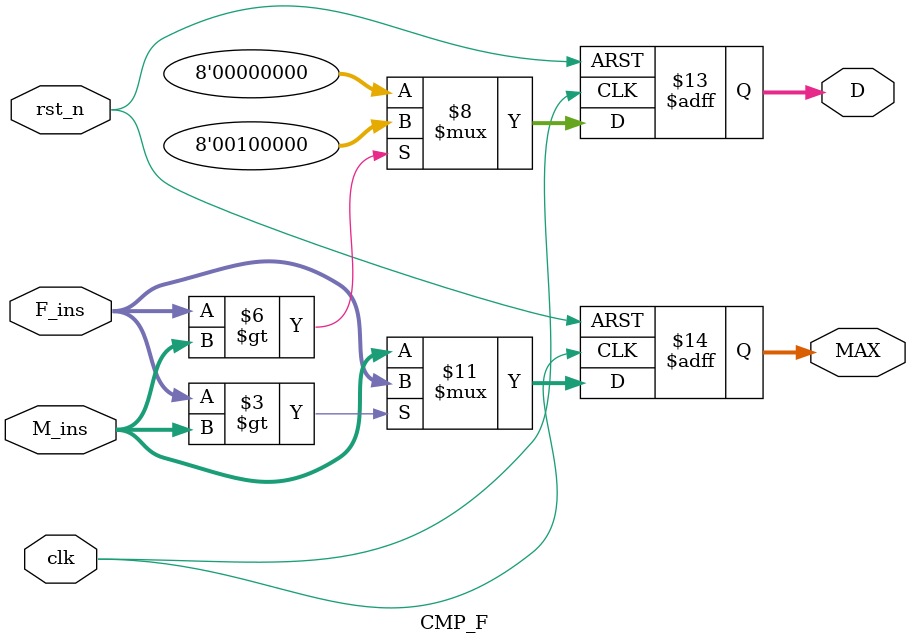
<source format=v>
`timescale 1ns / 1ps


module CMP_F #(
	parameter DATA_WIDTH = 16,
	parameter BT_WIDTH = 8

)
(
	//===============Input=============//
	clk,
	rst_n,
	F_ins,
	M_ins,
	//================Output===========//
	MAX,
	D
);

input wire clk;
input wire rst_n;

input wire signed [DATA_WIDTH-1 : 0] F_ins;
input wire signed [DATA_WIDTH-1 : 0] M_ins;

output reg signed [DATA_WIDTH-1 : 0] MAX;
output reg [BT_WIDTH-1 : 0] D;

always @(posedge clk or negedge rst_n) begin
	if (~rst_n) begin
		MAX <= 16'd0;
	end
	else if (F_ins > M_ins) begin
		MAX <= F_ins;
	end
	else begin
		MAX <= M_ins;
	end
end

always @(posedge clk or negedge rst_n) begin
	if (~rst_n) begin
		D <= 8'hFF;
	end
	else if (F_ins > M_ins) begin
		D <= 8'b100000;
	end
	else begin
		D <= 8'd0;
	end
end
endmodule

</source>
